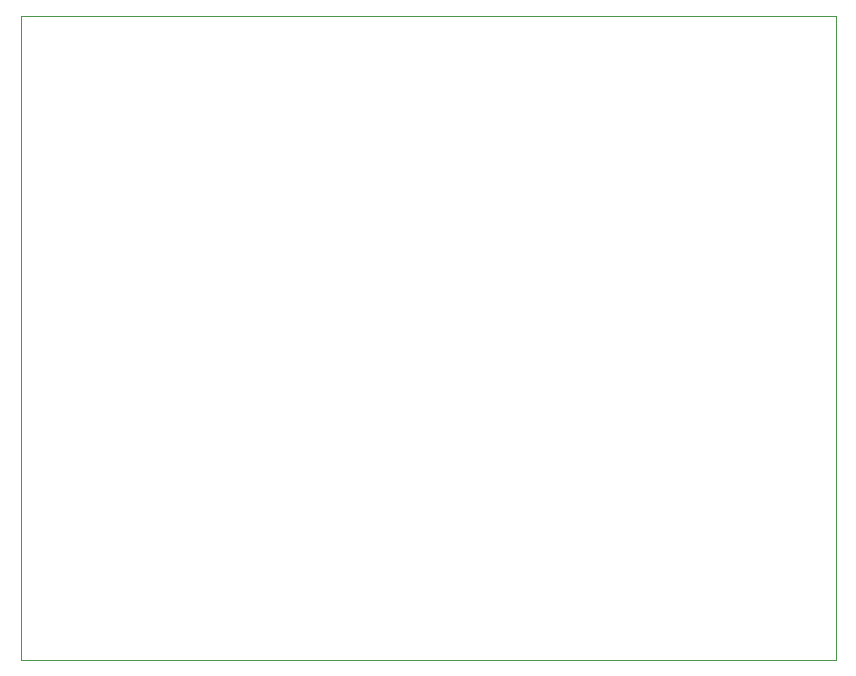
<source format=gbr>
%TF.GenerationSoftware,KiCad,Pcbnew,9.0.4*%
%TF.CreationDate,2025-11-01T11:23:39-04:00*%
%TF.ProjectId,Capstone Project Breakout Board 2,43617073-746f-46e6-9520-50726f6a6563,rev?*%
%TF.SameCoordinates,Original*%
%TF.FileFunction,Profile,NP*%
%FSLAX46Y46*%
G04 Gerber Fmt 4.6, Leading zero omitted, Abs format (unit mm)*
G04 Created by KiCad (PCBNEW 9.0.4) date 2025-11-01 11:23:39*
%MOMM*%
%LPD*%
G01*
G04 APERTURE LIST*
%TA.AperFunction,Profile*%
%ADD10C,0.050000*%
%TD*%
G04 APERTURE END LIST*
D10*
X104500000Y-57000000D02*
X173500000Y-57000000D01*
X173500000Y-111500000D01*
X104500000Y-111500000D01*
X104500000Y-57000000D01*
M02*

</source>
